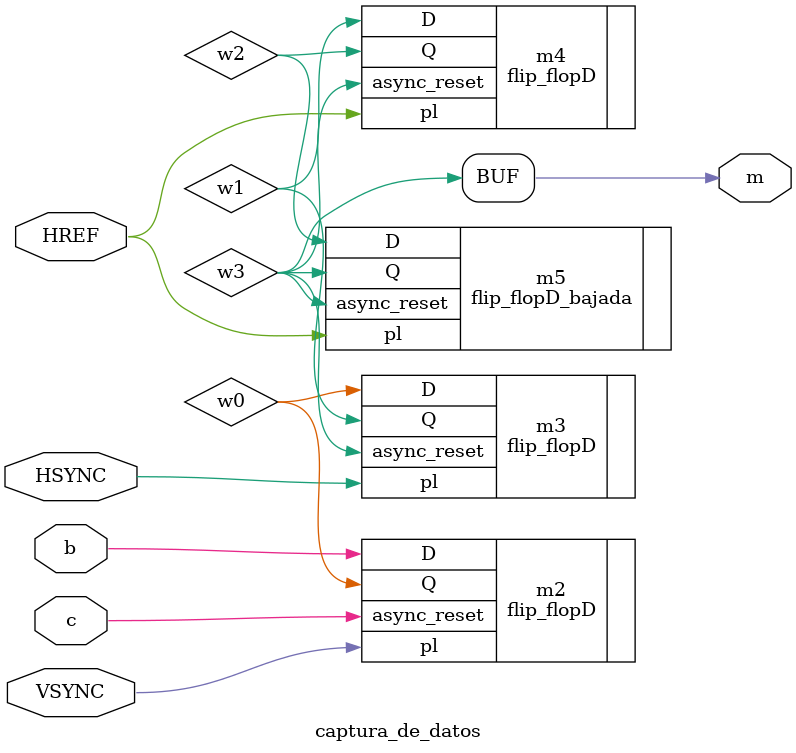
<source format=v>
`timescale 1ns / 1ps
module captura_de_datos(VSYNC,HREF,HSYNC,b,c,m);
input VSYNC,HREF,HSYNC,b,c;//declaracion
reg color [7:0];
//output    a;
output m;
//assign d=a;
wire w0,w1,w2,w3;
//initial count = 0;
//always @ (posedge clk) begin
 //   count <= count + 1'b1;
//end

flip_flopD m2 (.D(b), .Q(w0), .pl(VSYNC),.async_reset(c));
flip_flopD m3 (.D(w0), .Q(w1), .pl(HSYNC),.async_reset(w3));
flip_flopD m4 (.D(w1), .Q(w2), .pl(HREF),.async_reset(w3));
flip_flopD_bajada m5 (.D(w2), .Q(w3), .pl(HREF),.async_reset(w3));
assign m=w3;





endmodule

</source>
